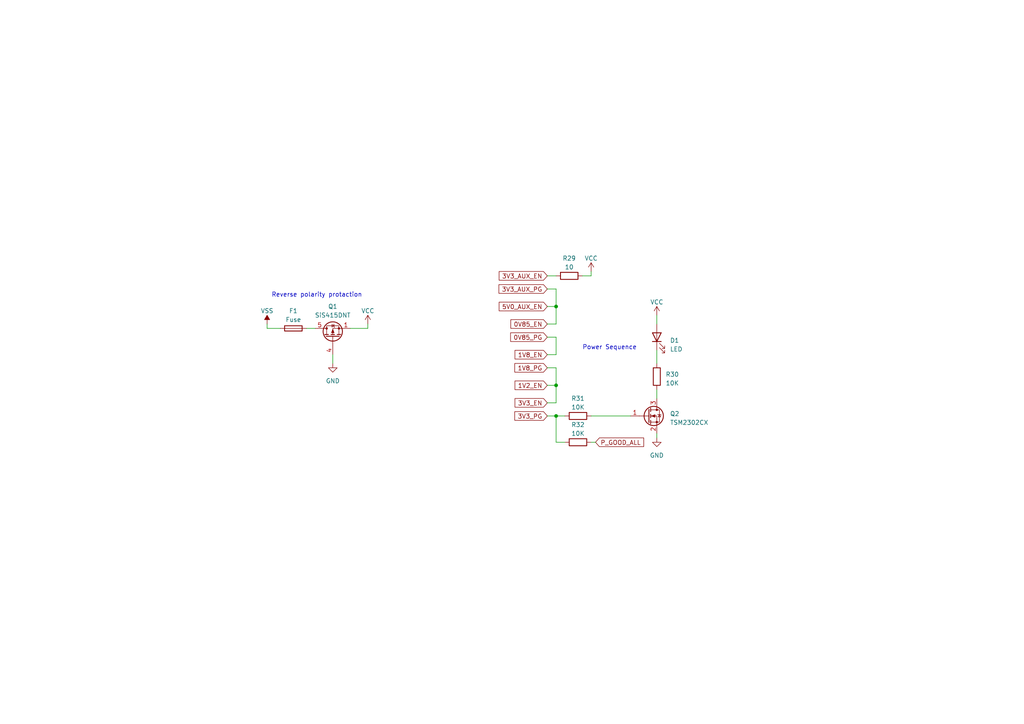
<source format=kicad_sch>
(kicad_sch (version 20230121) (generator eeschema)
  (paper "A4")
  (lib_symbols
    (symbol "Device:Fuse" (pin_numbers hide) (pin_names (offset 0))
      (property "Reference" "F" (at 2.032 0 90))
      (property "Value" "Fuse" (at -1.905 0 90))
      (symbol "Fuse_0_1"
        (rectangle (start -0.762 -2.54) (end 0.762 2.54) (stroke (width 0.254)))
        (polyline (pts (xy 0 2.54) (xy 0 -2.54)))
      )
      (symbol "Fuse_1_1"
        (pin passive line (at 0 3.81 270) (length 1.27) (name "~") (number "1"))
        (pin passive line (at 0 -3.81 90) (length 1.27) (name "~") (number "2"))
      )
    )
    (symbol "Device:LED" (pin_numbers hide) (pin_names (offset 1.016) hide)
      (property "Reference" "D" (at 0 2.54 0))
      (property "Value" "LED" (at 0 -2.54 0))
      (symbol "LED_0_1"
        (polyline (pts (xy -1.27 -1.27) (xy -1.27 1.27)) (stroke (width 0.254)))
        (polyline (pts (xy -1.27 0) (xy 1.27 0)))
        (polyline (pts (xy 1.27 -1.27) (xy 1.27 1.27) (xy -1.27 0) (xy 1.27 -1.27)) (stroke (width 0.254)))
        (polyline (pts (xy -3.048 -0.762) (xy -4.572 -2.286) (xy -3.81 -2.286) (xy -4.572 -2.286) (xy -4.572 -1.524)))
        (polyline (pts (xy -1.778 -0.762) (xy -3.302 -2.286) (xy -2.54 -2.286) (xy -3.302 -2.286) (xy -3.302 -1.524)))
      )
      (symbol "LED_1_1"
        (pin passive line (at -3.81 0 0) (length 2.54) (name "K") (number "1"))
        (pin passive line (at 3.81 0 180) (length 2.54) (name "A") (number "2"))
      )
    )
    (symbol "Device:R" (pin_numbers hide) (pin_names (offset 0))
      (property "Reference" "R" (at 2.032 0 90))
      (property "Value" "R" (at 0 0 90))
      (symbol "R_0_1"
        (rectangle (start -1.016 -2.54) (end 1.016 2.54) (stroke (width 0.254)))
      )
      (symbol "R_1_1"
        (pin passive line (at 0 3.81 270) (length 1.27) (name "~") (number "1"))
        (pin passive line (at 0 -3.81 90) (length 1.27) (name "~") (number "2"))
      )
    )
    (symbol "Transistor_FET:SiS415DNT" (pin_names hide)
      (property "Reference" "Q" (at 5.08 1.905 0))
      (property "Value" "SiS415DNT" (at 5.08 0 0))
      (symbol "SiS415DNT_0_1"
        (polyline (pts (xy 0.254 0) (xy -2.54 0)))
        (polyline (pts (xy 0.254 1.905) (xy 0.254 -1.905)) (stroke (width 0.254)))
        (polyline (pts (xy 0.762 -1.27) (xy 0.762 -2.286)) (stroke (width 0.254)))
        (polyline (pts (xy 0.762 0.508) (xy 0.762 -0.508)) (stroke (width 0.254)))
        (polyline (pts (xy 0.762 2.286) (xy 0.762 1.27)) (stroke (width 0.254)))
        (polyline (pts (xy 2.54 2.54) (xy 2.54 1.778)))
        (polyline (pts (xy 2.54 -2.54) (xy 2.54 0) (xy 0.762 0)))
        (polyline (pts (xy 0.762 1.778) (xy 3.302 1.778) (xy 3.302 -1.778) (xy 0.762 -1.778)))
        (polyline (pts (xy 2.286 0) (xy 1.27 0.381) (xy 1.27 -0.381) (xy 2.286 0)) (fill (type outline)))
        (polyline (pts (xy 2.794 -0.508) (xy 2.921 -0.381) (xy 3.683 -0.381) (xy 3.81 -0.254)))
        (polyline (pts (xy 3.302 -0.381) (xy 2.921 0.254) (xy 3.683 0.254) (xy 3.302 -0.381)))
        (circle (center 1.651 0) (radius 2.794) (stroke (width 0.254)))
        (circle (center 2.54 -1.778) (radius 0.254) (fill (type outline)))
        (circle (center 2.54 1.778) (radius 0.254) (fill (type outline)))
      )
      (symbol "SiS415DNT_1_1"
        (pin passive line (at 2.54 -5.08 90) (length 2.54) (name "S") (number "1"))
        (pin passive line (at 2.54 -5.08 90) (length 2.54) hide (name "S") (number "2"))
        (pin passive line (at 2.54 -5.08 90) (length 2.54) hide (name "S") (number "3"))
        (pin passive line (at -5.08 0 0) (length 2.54) (name "G") (number "4"))
        (pin passive line (at 2.54 5.08 270) (length 2.54) (name "D") (number "5"))
      )
    )
    (symbol "Transistor_FET:TSM2302CX" (pin_names hide)
      (property "Reference" "Q" (at 5.08 1.905 0))
      (property "Value" "TSM2302CX" (at 5.08 0 0))
      (symbol "TSM2302CX_0_1"
        (polyline (pts (xy 0.254 0) (xy -2.54 0)))
        (polyline (pts (xy 0.254 1.905) (xy 0.254 -1.905)) (stroke (width 0.254)))
        (polyline (pts (xy 0.762 -1.27) (xy 0.762 -2.286)) (stroke (width 0.254)))
        (polyline (pts (xy 0.762 0.508) (xy 0.762 -0.508)) (stroke (width 0.254)))
        (polyline (pts (xy 0.762 2.286) (xy 0.762 1.27)) (stroke (width 0.254)))
        (polyline (pts (xy 2.54 2.54) (xy 2.54 1.778)))
        (polyline (pts (xy 2.54 -2.54) (xy 2.54 0) (xy 0.762 0)))
        (polyline (pts (xy 0.762 -1.778) (xy 3.302 -1.778) (xy 3.302 1.778) (xy 0.762 1.778)))
        (polyline (pts (xy 1.016 0) (xy 2.032 0.381) (xy 2.032 -0.381) (xy 1.016 0)) (fill (type outline)))
        (polyline (pts (xy 2.794 0.508) (xy 2.921 0.381) (xy 3.683 0.381) (xy 3.81 0.254)))
        (polyline (pts (xy 3.302 0.381) (xy 2.921 -0.254) (xy 3.683 -0.254) (xy 3.302 0.381)))
        (circle (center 1.651 0) (radius 2.794) (stroke (width 0.254)))
        (circle (center 2.54 -1.778) (radius 0.254) (fill (type outline)))
        (circle (center 2.54 1.778) (radius 0.254) (fill (type outline)))
      )
      (symbol "TSM2302CX_1_1"
        (pin input line (at -5.08 0 0) (length 2.54) (name "G") (number "1"))
        (pin passive line (at 2.54 -5.08 90) (length 2.54) (name "S") (number "2"))
        (pin passive line (at 2.54 5.08 270) (length 2.54) (name "D") (number "3"))
      )
    )
    (symbol "power:GND" (power) (pin_names (offset 0))
      (property "Value" "GND" (at 0 -3.81 0))
      (symbol "GND_0_1"
        (polyline (pts (xy 0 0) (xy 0 -1.27) (xy 1.27 -1.27) (xy 0 -2.54) (xy -1.27 -1.27) (xy 0 -1.27)))
      )
      (symbol "GND_1_1"
        (pin power_in line (at 0 0 270) (length 0) hide (name "GND") (number "1"))
      )
    )
    (symbol "power:VCC" (power) (pin_names (offset 0))
      (property "Value" "VCC" (at 0 3.81 0))
      (symbol "VCC_0_1"
        (polyline (pts (xy -0.762 1.27) (xy 0 2.54)))
        (polyline (pts (xy 0 0) (xy 0 2.54)))
        (polyline (pts (xy 0 2.54) (xy 0.762 1.27)))
      )
      (symbol "VCC_1_1"
        (pin power_in line (at 0 0 90) (length 0) hide (name "VCC") (number "1"))
      )
    )
    (symbol "power:VSS" (power) (pin_names (offset 0))
      (property "Value" "VSS" (at 0 3.81 0))
      (symbol "VSS_0_1"
        (polyline (pts (xy 0 0) (xy 0 2.54)))
        (polyline (pts (xy 0.762 1.27) (xy -0.762 1.27) (xy 0 2.54) (xy 0.762 1.27)) (fill (type outline)))
      )
      (symbol "VSS_1_1"
        (pin power_in line (at 0 0 90) (length 0) hide (name "VSS") (number "1"))
      )
    )
  )
  (junction (at 161.29 120.65))
  (junction (at 161.29 111.76))
  (junction (at 161.29 88.9))
  (wire (pts (xy 171.45 80.01) (xy 171.45 78.74)))
  (wire (pts (xy 161.29 88.9) (xy 161.29 93.98)))
  (wire (pts (xy 161.29 111.76) (xy 158.75 111.76)))
  (wire (pts (xy 96.52 102.87) (xy 96.52 105.41)))
  (wire (pts (xy 161.29 93.98) (xy 158.75 93.98)))
  (wire (pts (xy 171.45 128.27) (xy 172.72 128.27)))
  (wire (pts (xy 158.75 97.79) (xy 161.29 97.79)))
  (wire (pts (xy 106.68 95.25) (xy 106.68 93.98)))
  (wire (pts (xy 158.75 116.84) (xy 161.29 116.84)))
  (wire (pts (xy 161.29 102.87) (xy 158.75 102.87)))
  (wire (pts (xy 158.75 106.68) (xy 161.29 106.68)))
  (wire (pts (xy 161.29 128.27) (xy 161.29 120.65)))
  (wire (pts (xy 190.5 113.03) (xy 190.5 115.57)))
  (wire (pts (xy 161.29 120.65) (xy 163.83 120.65)))
  (wire (pts (xy 161.29 116.84) (xy 161.29 111.76)))
  (wire (pts (xy 163.83 128.27) (xy 161.29 128.27)))
  (wire (pts (xy 161.29 106.68) (xy 161.29 111.76)))
  (wire (pts (xy 158.75 120.65) (xy 161.29 120.65)))
  (wire (pts (xy 158.75 83.82) (xy 161.29 83.82)))
  (wire (pts (xy 77.47 93.98) (xy 77.47 95.25)))
  (wire (pts (xy 158.75 80.01) (xy 161.29 80.01)))
  (wire (pts (xy 88.9 95.25) (xy 91.44 95.25)))
  (wire (pts (xy 101.6 95.25) (xy 106.68 95.25)))
  (wire (pts (xy 161.29 97.79) (xy 161.29 102.87)))
  (wire (pts (xy 168.91 80.01) (xy 171.45 80.01)))
  (wire (pts (xy 171.45 120.65) (xy 182.88 120.65)))
  (wire (pts (xy 190.5 101.6) (xy 190.5 105.41)))
  (wire (pts (xy 190.5 125.73) (xy 190.5 127)))
  (wire (pts (xy 190.5 91.44) (xy 190.5 93.98)))
  (wire (pts (xy 158.75 88.9) (xy 161.29 88.9)))
  (wire (pts (xy 77.47 95.25) (xy 81.28 95.25)))
  (wire (pts (xy 161.29 83.82) (xy 161.29 88.9)))
  (text "Power Sequence" (at 168.91 101.6 0) (effects (font (size 1.27 1.27)) (justify left bottom)))
  (text "Reverse polarity protaction" (at 78.74 86.36 0) (effects (font (size 1.27 1.27)) (justify left bottom)))
  (global_label "0V85_EN" (shape input) (at 158.75 93.98 180) (property "Intersheetrefs" "${INTERSHEET_REFS}" (effects hide)))
  (global_label "3V3_PG" (shape input) (at 158.75 120.65 180) (property "Intersheetrefs" "${INTERSHEET_REFS}" (effects hide)))
  (global_label "P_GOOD_ALL" (shape input) (at 172.72 128.27 0) (property "Intersheetrefs" "${INTERSHEET_REFS}" (effects hide)))
  (global_label "3V3_AUX_EN" (shape input) (at 158.75 80.01 180) (property "Intersheetrefs" "${INTERSHEET_REFS}" (effects hide)))
  (global_label "1V8_PG" (shape input) (at 158.75 106.68 180) (property "Intersheetrefs" "${INTERSHEET_REFS}" (effects hide)))
  (global_label "3V3_AUX_PG" (shape input) (at 158.75 83.82 180) (property "Intersheetrefs" "${INTERSHEET_REFS}" (effects hide)))
  (global_label "0V85_PG" (shape input) (at 158.75 97.79 180) (property "Intersheetrefs" "${INTERSHEET_REFS}" (effects hide)))
  (global_label "5V0_AUX_EN" (shape input) (at 158.75 88.9 180) (property "Intersheetrefs" "${INTERSHEET_REFS}" (effects hide)))
  (global_label "1V2_EN" (shape input) (at 158.75 111.76 180) (property "Intersheetrefs" "${INTERSHEET_REFS}" (effects hide)))
  (global_label "3V3_EN" (shape input) (at 158.75 116.84 180) (property "Intersheetrefs" "${INTERSHEET_REFS}" (effects hide)))
  (global_label "1V8_EN" (shape input) (at 158.75 102.87 180) (property "Intersheetrefs" "${INTERSHEET_REFS}" (effects hide)))
  (symbol (lib_id "Device:Fuse") (at 85.09 95.25 90) (unit 1)
    (property "Reference" "F1" (at 85.09 90.17 90))
    (property "Value" "Fuse" (at 85.09 92.71 90))
    (property "Footprint" "Fuse:Fuse_1210_3225Metric_Pad1.42x2.65mm_HandSolder" (effects hide))
  )
  (symbol (lib_id "power:GND") (at 190.5 127 0) (unit 1)
    (property "Reference" "#PWR045" (effects hide))
    (property "Value" "GND" (at 190.5 132.08 0))
  )
  (symbol (lib_id "Device:R") (at 167.64 120.65 270) (unit 1)
    (property "Reference" "R31" (at 167.64 115.57 90))
    (property "Value" "10K" (at 167.64 118.11 90))
    (property "Footprint" "Resistor_SMD:R_0603_1608Metric_Pad0.98x0.95mm_HandSolder" (effects hide))
  )
  (symbol (lib_id "Device:R") (at 190.5 109.22 180) (unit 1)
    (property "Reference" "R30" (at 193.04 108.585 0) (effects (justify right)))
    (property "Value" "10K" (at 193.04 111.125 0) (effects (justify right)))
    (property "Footprint" "Resistor_SMD:R_0603_1608Metric_Pad0.98x0.95mm_HandSolder" (effects hide))
  )
  (symbol (lib_id "Device:R") (at 167.64 128.27 270) (unit 1)
    (property "Reference" "R32" (at 167.64 123.19 90))
    (property "Value" "10K" (at 167.64 125.73 90))
    (property "Footprint" "Resistor_SMD:R_0603_1608Metric_Pad0.98x0.95mm_HandSolder" (effects hide))
  )
  (symbol (lib_id "power:GND") (at 96.52 105.41 0) (unit 1)
    (property "Reference" "#PWR042" (effects hide))
    (property "Value" "GND" (at 96.52 110.49 0))
  )
  (symbol (lib_id "Device:LED") (at 190.5 97.79 90) (unit 1)
    (property "Reference" "D1" (at 194.31 98.7425 90) (effects (justify right)))
    (property "Value" "LED" (at 194.31 101.2825 90) (effects (justify right)))
    (property "Footprint" "LED_SMD:LED_0603_1608Metric_Pad1.05x0.95mm_HandSolder" (effects hide))
  )
  (symbol (lib_id "power:VCC") (at 190.5 91.44 0) (unit 1)
    (property "Reference" "#PWR044" (effects hide))
    (property "Value" "VCC" (at 190.5 87.63 0))
  )
  (symbol (lib_id "Device:R") (at 165.1 80.01 90) (unit 1)
    (property "Reference" "R29" (at 165.1 74.93 90))
    (property "Value" "10" (at 165.1 77.47 90))
    (property "Footprint" "Resistor_SMD:R_0603_1608Metric_Pad0.98x0.95mm_HandSolder" (effects hide))
  )
  (symbol (lib_id "power:VSS") (at 77.47 93.98 0) (unit 1)
    (property "Reference" "#PWR040" (effects hide))
    (property "Value" "VSS" (at 77.47 90.17 0))
  )
  (symbol (lib_id "power:VCC") (at 171.45 78.74 0) (unit 1)
    (property "Reference" "#PWR043" (effects hide))
    (property "Value" "VCC" (at 171.45 74.93 0))
  )
  (symbol (lib_id "Transistor_FET:TSM2302CX") (at 187.96 120.65 0) (unit 1)
    (property "Reference" "Q2" (at 194.31 120.015 0) (effects (justify left)))
    (property "Value" "TSM2302CX" (at 194.31 122.555 0) (effects (justify left)))
    (property "Footprint" "Package_TO_SOT_SMD:SOT-23" (effects hide))
    (property "Datasheet" "https://www.taiwansemi.com/products/datasheet/TSM2302CX_E1608.pdf" (effects hide))
  )
  (symbol (lib_id "Transistor_FET:SiS415DNT") (at 96.52 97.79 90) (unit 1)
    (property "Reference" "Q1" (at 96.52 88.9 90))
    (property "Value" "SiS415DNT" (at 96.52 91.44 90))
    (property "Footprint" "Package_SO:Vishay_PowerPAK_1212-8_Single" (effects hide))
    (property "Datasheet" "https://www.vishay.com/docs/63684/sis415dnt.pdf" (effects hide))
  )
  (symbol (lib_id "power:VCC") (at 106.68 93.98 0) (unit 1)
    (property "Reference" "#PWR041" (effects hide))
    (property "Value" "VCC" (at 106.68 90.17 0))
  )
)
</source>
